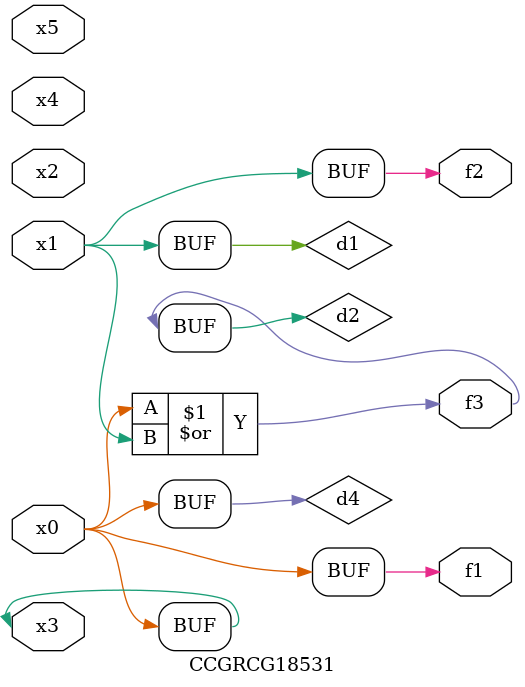
<source format=v>
module CCGRCG18531(
	input x0, x1, x2, x3, x4, x5,
	output f1, f2, f3
);

	wire d1, d2, d3, d4;

	and (d1, x1);
	or (d2, x0, x1);
	nand (d3, x0, x5);
	buf (d4, x0, x3);
	assign f1 = d4;
	assign f2 = d1;
	assign f3 = d2;
endmodule

</source>
